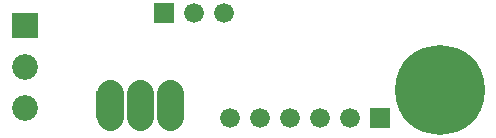
<source format=gbr>
G04 start of page 6 for group -4062 idx -4062 *
G04 Title: (unknown), soldermask *
G04 Creator: pcb 20110918 *
G04 CreationDate: Tue 05 Feb 2013 02:58:24 AM GMT UTC *
G04 For: railfan *
G04 Format: Gerber/RS-274X *
G04 PCB-Dimensions: 170000 48000 *
G04 PCB-Coordinate-Origin: lower left *
%MOIN*%
%FSLAX25Y25*%
%LNBOTTOMMASK*%
%ADD60C,0.0907*%
%ADD59C,0.2997*%
%ADD58C,0.0860*%
%ADD57C,0.0900*%
%ADD56C,0.0660*%
%ADD55C,0.0001*%
G54D55*G36*
X57700Y45800D02*Y39200D01*
X64300D01*
Y45800D01*
X57700D01*
G37*
G54D56*X71000Y42500D03*
X81000D03*
X103000Y7500D03*
X93000D03*
X83000D03*
G54D57*X63000Y12000D03*
X53000D03*
G54D55*G36*
X38500Y16500D02*Y7500D01*
X47500D01*
Y16500D01*
X38500D01*
G37*
G36*
X10373Y42745D02*Y34145D01*
X18973D01*
Y42745D01*
X10373D01*
G37*
G54D58*X14673Y24665D03*
Y10886D03*
G54D59*X153000Y17000D03*
G54D55*G36*
X129700Y10800D02*Y4200D01*
X136300D01*
Y10800D01*
X129700D01*
G37*
G54D56*X123000Y7500D03*
X113000D03*
G54D60*X53000Y15937D02*Y8063D01*
X43000Y15937D02*Y8063D01*
X63000Y15937D02*Y8063D01*
M02*

</source>
